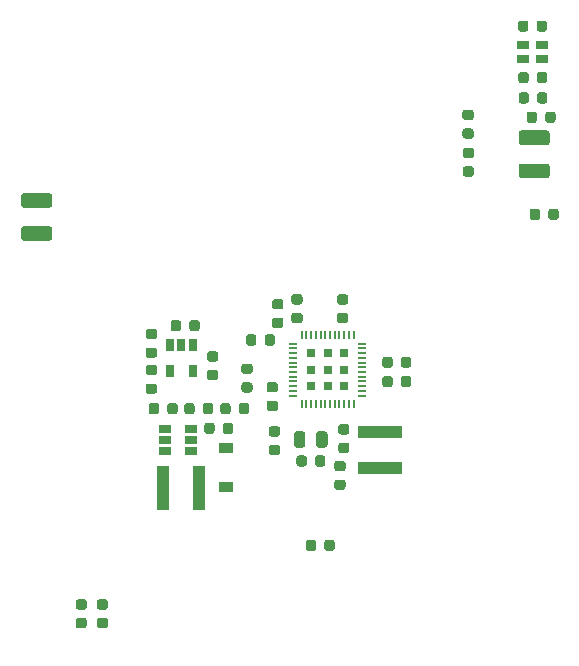
<source format=gtp>
G04 #@! TF.GenerationSoftware,KiCad,Pcbnew,5.1.10-88a1d61d58~88~ubuntu20.04.1*
G04 #@! TF.CreationDate,2021-05-10T20:01:03+02:00*
G04 #@! TF.ProjectId,WiRoc_NanoPi_v1,5769526f-635f-44e6-916e-6f50695f7631,rev?*
G04 #@! TF.SameCoordinates,Original*
G04 #@! TF.FileFunction,Paste,Top*
G04 #@! TF.FilePolarity,Positive*
%FSLAX46Y46*%
G04 Gerber Fmt 4.6, Leading zero omitted, Abs format (unit mm)*
G04 Created by KiCad (PCBNEW 5.1.10-88a1d61d58~88~ubuntu20.04.1) date 2021-05-10 20:01:03*
%MOMM*%
%LPD*%
G01*
G04 APERTURE LIST*
%ADD10R,0.700000X0.700000*%
%ADD11O,0.180000X0.680000*%
%ADD12O,0.680000X0.180000*%
%ADD13R,1.000000X0.720000*%
%ADD14R,1.060000X0.650000*%
%ADD15R,0.650000X1.060000*%
%ADD16R,3.700000X1.100000*%
%ADD17R,1.100000X3.700000*%
%ADD18R,1.200000X0.900000*%
G04 APERTURE END LIST*
D10*
X76020200Y-87426400D03*
X74620200Y-87426400D03*
X73220200Y-87426400D03*
X73220200Y-88826400D03*
X74620200Y-88826400D03*
X76020200Y-90226400D03*
X76020200Y-88826400D03*
X74620200Y-90226400D03*
X73220200Y-90226400D03*
D11*
X76820200Y-91726400D03*
X76420200Y-91726400D03*
X76020200Y-91726400D03*
X75620200Y-91726400D03*
X75220200Y-91726400D03*
X74820200Y-91726400D03*
X74420200Y-91726400D03*
X74020200Y-91726400D03*
X73620200Y-91726400D03*
X73220200Y-91726400D03*
X72820200Y-91726400D03*
X72420200Y-91726400D03*
D12*
X71720200Y-91026400D03*
X71720200Y-90626400D03*
X71720200Y-90226400D03*
X71720200Y-89826400D03*
X71720200Y-89426400D03*
X71720200Y-89026400D03*
X71720200Y-88626400D03*
X71720200Y-88226400D03*
X71720200Y-87826400D03*
X71720200Y-87426400D03*
X71720200Y-87026400D03*
X71720200Y-86626400D03*
D11*
X72420200Y-85926400D03*
X72820200Y-85926400D03*
X73220200Y-85926400D03*
X73620200Y-85926400D03*
X74020200Y-85926400D03*
X74420200Y-85926400D03*
X74820200Y-85926400D03*
X75220200Y-85926400D03*
X75620200Y-85926400D03*
X76020200Y-85926400D03*
X76420200Y-85926400D03*
X76820200Y-85926400D03*
D12*
X77520200Y-86626400D03*
X77520200Y-87026400D03*
X77520200Y-87426400D03*
X77520200Y-87826400D03*
X77520200Y-88226400D03*
X77520200Y-88626400D03*
X77520200Y-89026400D03*
X77520200Y-89426400D03*
X77520200Y-89826400D03*
X77520200Y-90226400D03*
X77520200Y-90626400D03*
X77520200Y-91026400D03*
D13*
X92802820Y-61355580D03*
X91202820Y-61355580D03*
X91202820Y-62535580D03*
X92802820Y-62535580D03*
D14*
X63029374Y-95737056D03*
X63029374Y-94787056D03*
X63029374Y-93837056D03*
X60829374Y-93837056D03*
X60829374Y-95737056D03*
X60829374Y-94787056D03*
D15*
X63180720Y-86770170D03*
X62230720Y-86770170D03*
X61280720Y-86770170D03*
X61280720Y-88970170D03*
X63180720Y-88970170D03*
D16*
X79050000Y-97130000D03*
X79050000Y-94130000D03*
D17*
X60720000Y-98890000D03*
X63720000Y-98890000D03*
G36*
G01*
X69683750Y-89885000D02*
X70196250Y-89885000D01*
G75*
G02*
X70415000Y-90103750I0J-218750D01*
G01*
X70415000Y-90541250D01*
G75*
G02*
X70196250Y-90760000I-218750J0D01*
G01*
X69683750Y-90760000D01*
G75*
G02*
X69465000Y-90541250I0J218750D01*
G01*
X69465000Y-90103750D01*
G75*
G02*
X69683750Y-89885000I218750J0D01*
G01*
G37*
G36*
G01*
X69683750Y-91460000D02*
X70196250Y-91460000D01*
G75*
G02*
X70415000Y-91678750I0J-218750D01*
G01*
X70415000Y-92116250D01*
G75*
G02*
X70196250Y-92335000I-218750J0D01*
G01*
X69683750Y-92335000D01*
G75*
G02*
X69465000Y-92116250I0J218750D01*
G01*
X69465000Y-91678750D01*
G75*
G02*
X69683750Y-91460000I218750J0D01*
G01*
G37*
G36*
G01*
X67533750Y-89900000D02*
X68046250Y-89900000D01*
G75*
G02*
X68265000Y-90118750I0J-218750D01*
G01*
X68265000Y-90556250D01*
G75*
G02*
X68046250Y-90775000I-218750J0D01*
G01*
X67533750Y-90775000D01*
G75*
G02*
X67315000Y-90556250I0J218750D01*
G01*
X67315000Y-90118750D01*
G75*
G02*
X67533750Y-89900000I218750J0D01*
G01*
G37*
G36*
G01*
X67533750Y-88325000D02*
X68046250Y-88325000D01*
G75*
G02*
X68265000Y-88543750I0J-218750D01*
G01*
X68265000Y-88981250D01*
G75*
G02*
X68046250Y-89200000I-218750J0D01*
G01*
X67533750Y-89200000D01*
G75*
G02*
X67315000Y-88981250I0J218750D01*
G01*
X67315000Y-88543750D01*
G75*
G02*
X67533750Y-88325000I218750J0D01*
G01*
G37*
G36*
G01*
X70646250Y-83730000D02*
X70133750Y-83730000D01*
G75*
G02*
X69915000Y-83511250I0J218750D01*
G01*
X69915000Y-83073750D01*
G75*
G02*
X70133750Y-82855000I218750J0D01*
G01*
X70646250Y-82855000D01*
G75*
G02*
X70865000Y-83073750I0J-218750D01*
G01*
X70865000Y-83511250D01*
G75*
G02*
X70646250Y-83730000I-218750J0D01*
G01*
G37*
G36*
G01*
X70646250Y-85305000D02*
X70133750Y-85305000D01*
G75*
G02*
X69915000Y-85086250I0J218750D01*
G01*
X69915000Y-84648750D01*
G75*
G02*
X70133750Y-84430000I218750J0D01*
G01*
X70646250Y-84430000D01*
G75*
G02*
X70865000Y-84648750I0J-218750D01*
G01*
X70865000Y-85086250D01*
G75*
G02*
X70646250Y-85305000I-218750J0D01*
G01*
G37*
G36*
G01*
X55293750Y-108275000D02*
X55806250Y-108275000D01*
G75*
G02*
X56025000Y-108493750I0J-218750D01*
G01*
X56025000Y-108931250D01*
G75*
G02*
X55806250Y-109150000I-218750J0D01*
G01*
X55293750Y-109150000D01*
G75*
G02*
X55075000Y-108931250I0J218750D01*
G01*
X55075000Y-108493750D01*
G75*
G02*
X55293750Y-108275000I218750J0D01*
G01*
G37*
G36*
G01*
X55293750Y-109850000D02*
X55806250Y-109850000D01*
G75*
G02*
X56025000Y-110068750I0J-218750D01*
G01*
X56025000Y-110506250D01*
G75*
G02*
X55806250Y-110725000I-218750J0D01*
G01*
X55293750Y-110725000D01*
G75*
G02*
X55075000Y-110506250I0J218750D01*
G01*
X55075000Y-110068750D01*
G75*
G02*
X55293750Y-109850000I218750J0D01*
G01*
G37*
G36*
G01*
X76246250Y-95895000D02*
X75733750Y-95895000D01*
G75*
G02*
X75515000Y-95676250I0J218750D01*
G01*
X75515000Y-95238750D01*
G75*
G02*
X75733750Y-95020000I218750J0D01*
G01*
X76246250Y-95020000D01*
G75*
G02*
X76465000Y-95238750I0J-218750D01*
G01*
X76465000Y-95676250D01*
G75*
G02*
X76246250Y-95895000I-218750J0D01*
G01*
G37*
G36*
G01*
X76246250Y-94320000D02*
X75733750Y-94320000D01*
G75*
G02*
X75515000Y-94101250I0J218750D01*
G01*
X75515000Y-93663750D01*
G75*
G02*
X75733750Y-93445000I218750J0D01*
G01*
X76246250Y-93445000D01*
G75*
G02*
X76465000Y-93663750I0J-218750D01*
G01*
X76465000Y-94101250D01*
G75*
G02*
X76246250Y-94320000I-218750J0D01*
G01*
G37*
G36*
G01*
X71975000Y-96816250D02*
X71975000Y-96303750D01*
G75*
G02*
X72193750Y-96085000I218750J0D01*
G01*
X72631250Y-96085000D01*
G75*
G02*
X72850000Y-96303750I0J-218750D01*
G01*
X72850000Y-96816250D01*
G75*
G02*
X72631250Y-97035000I-218750J0D01*
G01*
X72193750Y-97035000D01*
G75*
G02*
X71975000Y-96816250I0J218750D01*
G01*
G37*
G36*
G01*
X73550000Y-96816250D02*
X73550000Y-96303750D01*
G75*
G02*
X73768750Y-96085000I218750J0D01*
G01*
X74206250Y-96085000D01*
G75*
G02*
X74425000Y-96303750I0J-218750D01*
G01*
X74425000Y-96816250D01*
G75*
G02*
X74206250Y-97035000I-218750J0D01*
G01*
X73768750Y-97035000D01*
G75*
G02*
X73550000Y-96816250I0J218750D01*
G01*
G37*
G36*
G01*
X70376250Y-94500000D02*
X69863750Y-94500000D01*
G75*
G02*
X69645000Y-94281250I0J218750D01*
G01*
X69645000Y-93843750D01*
G75*
G02*
X69863750Y-93625000I218750J0D01*
G01*
X70376250Y-93625000D01*
G75*
G02*
X70595000Y-93843750I0J-218750D01*
G01*
X70595000Y-94281250D01*
G75*
G02*
X70376250Y-94500000I-218750J0D01*
G01*
G37*
G36*
G01*
X70376250Y-96075000D02*
X69863750Y-96075000D01*
G75*
G02*
X69645000Y-95856250I0J218750D01*
G01*
X69645000Y-95418750D01*
G75*
G02*
X69863750Y-95200000I218750J0D01*
G01*
X70376250Y-95200000D01*
G75*
G02*
X70595000Y-95418750I0J-218750D01*
G01*
X70595000Y-95856250D01*
G75*
G02*
X70376250Y-96075000I-218750J0D01*
G01*
G37*
G36*
G01*
X75916250Y-97430000D02*
X75403750Y-97430000D01*
G75*
G02*
X75185000Y-97211250I0J218750D01*
G01*
X75185000Y-96773750D01*
G75*
G02*
X75403750Y-96555000I218750J0D01*
G01*
X75916250Y-96555000D01*
G75*
G02*
X76135000Y-96773750I0J-218750D01*
G01*
X76135000Y-97211250D01*
G75*
G02*
X75916250Y-97430000I-218750J0D01*
G01*
G37*
G36*
G01*
X75916250Y-99005000D02*
X75403750Y-99005000D01*
G75*
G02*
X75185000Y-98786250I0J218750D01*
G01*
X75185000Y-98348750D01*
G75*
G02*
X75403750Y-98130000I218750J0D01*
G01*
X75916250Y-98130000D01*
G75*
G02*
X76135000Y-98348750I0J-218750D01*
G01*
X76135000Y-98786250D01*
G75*
G02*
X75916250Y-99005000I-218750J0D01*
G01*
G37*
G36*
G01*
X61050000Y-92386250D02*
X61050000Y-91873750D01*
G75*
G02*
X61268750Y-91655000I218750J0D01*
G01*
X61706250Y-91655000D01*
G75*
G02*
X61925000Y-91873750I0J-218750D01*
G01*
X61925000Y-92386250D01*
G75*
G02*
X61706250Y-92605000I-218750J0D01*
G01*
X61268750Y-92605000D01*
G75*
G02*
X61050000Y-92386250I0J218750D01*
G01*
G37*
G36*
G01*
X59475000Y-92386250D02*
X59475000Y-91873750D01*
G75*
G02*
X59693750Y-91655000I218750J0D01*
G01*
X60131250Y-91655000D01*
G75*
G02*
X60350000Y-91873750I0J-218750D01*
G01*
X60350000Y-92386250D01*
G75*
G02*
X60131250Y-92605000I-218750J0D01*
G01*
X59693750Y-92605000D01*
G75*
G02*
X59475000Y-92386250I0J218750D01*
G01*
G37*
G36*
G01*
X65525000Y-92386250D02*
X65525000Y-91873750D01*
G75*
G02*
X65743750Y-91655000I218750J0D01*
G01*
X66181250Y-91655000D01*
G75*
G02*
X66400000Y-91873750I0J-218750D01*
G01*
X66400000Y-92386250D01*
G75*
G02*
X66181250Y-92605000I-218750J0D01*
G01*
X65743750Y-92605000D01*
G75*
G02*
X65525000Y-92386250I0J218750D01*
G01*
G37*
G36*
G01*
X67100000Y-92386250D02*
X67100000Y-91873750D01*
G75*
G02*
X67318750Y-91655000I218750J0D01*
G01*
X67756250Y-91655000D01*
G75*
G02*
X67975000Y-91873750I0J-218750D01*
G01*
X67975000Y-92386250D01*
G75*
G02*
X67756250Y-92605000I-218750J0D01*
G01*
X67318750Y-92605000D01*
G75*
G02*
X67100000Y-92386250I0J218750D01*
G01*
G37*
G36*
G01*
X63785000Y-84853750D02*
X63785000Y-85366250D01*
G75*
G02*
X63566250Y-85585000I-218750J0D01*
G01*
X63128750Y-85585000D01*
G75*
G02*
X62910000Y-85366250I0J218750D01*
G01*
X62910000Y-84853750D01*
G75*
G02*
X63128750Y-84635000I218750J0D01*
G01*
X63566250Y-84635000D01*
G75*
G02*
X63785000Y-84853750I0J-218750D01*
G01*
G37*
G36*
G01*
X62210000Y-84853750D02*
X62210000Y-85366250D01*
G75*
G02*
X61991250Y-85585000I-218750J0D01*
G01*
X61553750Y-85585000D01*
G75*
G02*
X61335000Y-85366250I0J218750D01*
G01*
X61335000Y-84853750D01*
G75*
G02*
X61553750Y-84635000I218750J0D01*
G01*
X61991250Y-84635000D01*
G75*
G02*
X62210000Y-84853750I0J-218750D01*
G01*
G37*
D18*
X65980000Y-95440000D03*
X65980000Y-98740000D03*
G36*
G01*
X80121700Y-87944150D02*
X80121700Y-88456650D01*
G75*
G02*
X79902950Y-88675400I-218750J0D01*
G01*
X79465450Y-88675400D01*
G75*
G02*
X79246700Y-88456650I0J218750D01*
G01*
X79246700Y-87944150D01*
G75*
G02*
X79465450Y-87725400I218750J0D01*
G01*
X79902950Y-87725400D01*
G75*
G02*
X80121700Y-87944150I0J-218750D01*
G01*
G37*
G36*
G01*
X81696700Y-87944150D02*
X81696700Y-88456650D01*
G75*
G02*
X81477950Y-88675400I-218750J0D01*
G01*
X81040450Y-88675400D01*
G75*
G02*
X80821700Y-88456650I0J218750D01*
G01*
X80821700Y-87944150D01*
G75*
G02*
X81040450Y-87725400I218750J0D01*
G01*
X81477950Y-87725400D01*
G75*
G02*
X81696700Y-87944150I0J-218750D01*
G01*
G37*
G36*
G01*
X71763750Y-82445000D02*
X72276250Y-82445000D01*
G75*
G02*
X72495000Y-82663750I0J-218750D01*
G01*
X72495000Y-83101250D01*
G75*
G02*
X72276250Y-83320000I-218750J0D01*
G01*
X71763750Y-83320000D01*
G75*
G02*
X71545000Y-83101250I0J218750D01*
G01*
X71545000Y-82663750D01*
G75*
G02*
X71763750Y-82445000I218750J0D01*
G01*
G37*
G36*
G01*
X71763750Y-84020000D02*
X72276250Y-84020000D01*
G75*
G02*
X72495000Y-84238750I0J-218750D01*
G01*
X72495000Y-84676250D01*
G75*
G02*
X72276250Y-84895000I-218750J0D01*
G01*
X71763750Y-84895000D01*
G75*
G02*
X71545000Y-84676250I0J218750D01*
G01*
X71545000Y-84238750D01*
G75*
G02*
X71763750Y-84020000I218750J0D01*
G01*
G37*
G36*
G01*
X80133700Y-89583650D02*
X80133700Y-90096150D01*
G75*
G02*
X79914950Y-90314900I-218750J0D01*
G01*
X79477450Y-90314900D01*
G75*
G02*
X79258700Y-90096150I0J218750D01*
G01*
X79258700Y-89583650D01*
G75*
G02*
X79477450Y-89364900I218750J0D01*
G01*
X79914950Y-89364900D01*
G75*
G02*
X80133700Y-89583650I0J-218750D01*
G01*
G37*
G36*
G01*
X81708700Y-89583650D02*
X81708700Y-90096150D01*
G75*
G02*
X81489950Y-90314900I-218750J0D01*
G01*
X81052450Y-90314900D01*
G75*
G02*
X80833700Y-90096150I0J218750D01*
G01*
X80833700Y-89583650D01*
G75*
G02*
X81052450Y-89364900I218750J0D01*
G01*
X81489950Y-89364900D01*
G75*
G02*
X81708700Y-89583650I0J-218750D01*
G01*
G37*
G36*
G01*
X53493750Y-109850000D02*
X54006250Y-109850000D01*
G75*
G02*
X54225000Y-110068750I0J-218750D01*
G01*
X54225000Y-110506250D01*
G75*
G02*
X54006250Y-110725000I-218750J0D01*
G01*
X53493750Y-110725000D01*
G75*
G02*
X53275000Y-110506250I0J218750D01*
G01*
X53275000Y-110068750D01*
G75*
G02*
X53493750Y-109850000I218750J0D01*
G01*
G37*
G36*
G01*
X53493750Y-108275000D02*
X54006250Y-108275000D01*
G75*
G02*
X54225000Y-108493750I0J-218750D01*
G01*
X54225000Y-108931250D01*
G75*
G02*
X54006250Y-109150000I-218750J0D01*
G01*
X53493750Y-109150000D01*
G75*
G02*
X53275000Y-108931250I0J218750D01*
G01*
X53275000Y-108493750D01*
G75*
G02*
X53493750Y-108275000I218750J0D01*
G01*
G37*
G36*
G01*
X74615000Y-94283750D02*
X74615000Y-95196250D01*
G75*
G02*
X74371250Y-95440000I-243750J0D01*
G01*
X73883750Y-95440000D01*
G75*
G02*
X73640000Y-95196250I0J243750D01*
G01*
X73640000Y-94283750D01*
G75*
G02*
X73883750Y-94040000I243750J0D01*
G01*
X74371250Y-94040000D01*
G75*
G02*
X74615000Y-94283750I0J-243750D01*
G01*
G37*
G36*
G01*
X72740000Y-94283750D02*
X72740000Y-95196250D01*
G75*
G02*
X72496250Y-95440000I-243750J0D01*
G01*
X72008750Y-95440000D01*
G75*
G02*
X71765000Y-95196250I0J243750D01*
G01*
X71765000Y-94283750D01*
G75*
G02*
X72008750Y-94040000I243750J0D01*
G01*
X72496250Y-94040000D01*
G75*
G02*
X72740000Y-94283750I0J-243750D01*
G01*
G37*
G36*
G01*
X65743020Y-94057620D02*
X65743020Y-93545120D01*
G75*
G02*
X65961770Y-93326370I218750J0D01*
G01*
X66399270Y-93326370D01*
G75*
G02*
X66618020Y-93545120I0J-218750D01*
G01*
X66618020Y-94057620D01*
G75*
G02*
X66399270Y-94276370I-218750J0D01*
G01*
X65961770Y-94276370D01*
G75*
G02*
X65743020Y-94057620I0J218750D01*
G01*
G37*
G36*
G01*
X64168020Y-94057620D02*
X64168020Y-93545120D01*
G75*
G02*
X64386770Y-93326370I218750J0D01*
G01*
X64824270Y-93326370D01*
G75*
G02*
X65043020Y-93545120I0J-218750D01*
G01*
X65043020Y-94057620D01*
G75*
G02*
X64824270Y-94276370I-218750J0D01*
G01*
X64386770Y-94276370D01*
G75*
G02*
X64168020Y-94057620I0J218750D01*
G01*
G37*
G36*
G01*
X64925000Y-91873750D02*
X64925000Y-92386250D01*
G75*
G02*
X64706250Y-92605000I-218750J0D01*
G01*
X64268750Y-92605000D01*
G75*
G02*
X64050000Y-92386250I0J218750D01*
G01*
X64050000Y-91873750D01*
G75*
G02*
X64268750Y-91655000I218750J0D01*
G01*
X64706250Y-91655000D01*
G75*
G02*
X64925000Y-91873750I0J-218750D01*
G01*
G37*
G36*
G01*
X63350000Y-91873750D02*
X63350000Y-92386250D01*
G75*
G02*
X63131250Y-92605000I-218750J0D01*
G01*
X62693750Y-92605000D01*
G75*
G02*
X62475000Y-92386250I0J218750D01*
G01*
X62475000Y-91873750D01*
G75*
G02*
X62693750Y-91655000I218750J0D01*
G01*
X63131250Y-91655000D01*
G75*
G02*
X63350000Y-91873750I0J-218750D01*
G01*
G37*
G36*
G01*
X59956250Y-87835000D02*
X59443750Y-87835000D01*
G75*
G02*
X59225000Y-87616250I0J218750D01*
G01*
X59225000Y-87178750D01*
G75*
G02*
X59443750Y-86960000I218750J0D01*
G01*
X59956250Y-86960000D01*
G75*
G02*
X60175000Y-87178750I0J-218750D01*
G01*
X60175000Y-87616250D01*
G75*
G02*
X59956250Y-87835000I-218750J0D01*
G01*
G37*
G36*
G01*
X59956250Y-86260000D02*
X59443750Y-86260000D01*
G75*
G02*
X59225000Y-86041250I0J218750D01*
G01*
X59225000Y-85603750D01*
G75*
G02*
X59443750Y-85385000I218750J0D01*
G01*
X59956250Y-85385000D01*
G75*
G02*
X60175000Y-85603750I0J-218750D01*
G01*
X60175000Y-86041250D01*
G75*
G02*
X59956250Y-86260000I-218750J0D01*
G01*
G37*
G36*
G01*
X59956250Y-90885000D02*
X59443750Y-90885000D01*
G75*
G02*
X59225000Y-90666250I0J218750D01*
G01*
X59225000Y-90228750D01*
G75*
G02*
X59443750Y-90010000I218750J0D01*
G01*
X59956250Y-90010000D01*
G75*
G02*
X60175000Y-90228750I0J-218750D01*
G01*
X60175000Y-90666250D01*
G75*
G02*
X59956250Y-90885000I-218750J0D01*
G01*
G37*
G36*
G01*
X59956250Y-89310000D02*
X59443750Y-89310000D01*
G75*
G02*
X59225000Y-89091250I0J218750D01*
G01*
X59225000Y-88653750D01*
G75*
G02*
X59443750Y-88435000I218750J0D01*
G01*
X59956250Y-88435000D01*
G75*
G02*
X60175000Y-88653750I0J-218750D01*
G01*
X60175000Y-89091250D01*
G75*
G02*
X59956250Y-89310000I-218750J0D01*
G01*
G37*
G36*
G01*
X93915000Y-67213750D02*
X93915000Y-67726250D01*
G75*
G02*
X93696250Y-67945000I-218750J0D01*
G01*
X93258750Y-67945000D01*
G75*
G02*
X93040000Y-67726250I0J218750D01*
G01*
X93040000Y-67213750D01*
G75*
G02*
X93258750Y-66995000I218750J0D01*
G01*
X93696250Y-66995000D01*
G75*
G02*
X93915000Y-67213750I0J-218750D01*
G01*
G37*
G36*
G01*
X92340000Y-67213750D02*
X92340000Y-67726250D01*
G75*
G02*
X92121250Y-67945000I-218750J0D01*
G01*
X91683750Y-67945000D01*
G75*
G02*
X91465000Y-67726250I0J218750D01*
G01*
X91465000Y-67213750D01*
G75*
G02*
X91683750Y-66995000I218750J0D01*
G01*
X92121250Y-66995000D01*
G75*
G02*
X92340000Y-67213750I0J-218750D01*
G01*
G37*
G36*
G01*
X94175000Y-75423750D02*
X94175000Y-75936250D01*
G75*
G02*
X93956250Y-76155000I-218750J0D01*
G01*
X93518750Y-76155000D01*
G75*
G02*
X93300000Y-75936250I0J218750D01*
G01*
X93300000Y-75423750D01*
G75*
G02*
X93518750Y-75205000I218750J0D01*
G01*
X93956250Y-75205000D01*
G75*
G02*
X94175000Y-75423750I0J-218750D01*
G01*
G37*
G36*
G01*
X92600000Y-75423750D02*
X92600000Y-75936250D01*
G75*
G02*
X92381250Y-76155000I-218750J0D01*
G01*
X91943750Y-76155000D01*
G75*
G02*
X91725000Y-75936250I0J218750D01*
G01*
X91725000Y-75423750D01*
G75*
G02*
X91943750Y-75205000I218750J0D01*
G01*
X92381250Y-75205000D01*
G75*
G02*
X92600000Y-75423750I0J-218750D01*
G01*
G37*
G36*
G01*
X93192260Y-59487150D02*
X93192260Y-59999650D01*
G75*
G02*
X92973510Y-60218400I-218750J0D01*
G01*
X92536010Y-60218400D01*
G75*
G02*
X92317260Y-59999650I0J218750D01*
G01*
X92317260Y-59487150D01*
G75*
G02*
X92536010Y-59268400I218750J0D01*
G01*
X92973510Y-59268400D01*
G75*
G02*
X93192260Y-59487150I0J-218750D01*
G01*
G37*
G36*
G01*
X91617260Y-59487150D02*
X91617260Y-59999650D01*
G75*
G02*
X91398510Y-60218400I-218750J0D01*
G01*
X90961010Y-60218400D01*
G75*
G02*
X90742260Y-59999650I0J218750D01*
G01*
X90742260Y-59487150D01*
G75*
G02*
X90961010Y-59268400I218750J0D01*
G01*
X91398510Y-59268400D01*
G75*
G02*
X91617260Y-59487150I0J-218750D01*
G01*
G37*
G36*
G01*
X91657900Y-65565370D02*
X91657900Y-66077870D01*
G75*
G02*
X91439150Y-66296620I-218750J0D01*
G01*
X91001650Y-66296620D01*
G75*
G02*
X90782900Y-66077870I0J218750D01*
G01*
X90782900Y-65565370D01*
G75*
G02*
X91001650Y-65346620I218750J0D01*
G01*
X91439150Y-65346620D01*
G75*
G02*
X91657900Y-65565370I0J-218750D01*
G01*
G37*
G36*
G01*
X93232900Y-65565370D02*
X93232900Y-66077870D01*
G75*
G02*
X93014150Y-66296620I-218750J0D01*
G01*
X92576650Y-66296620D01*
G75*
G02*
X92357900Y-66077870I0J218750D01*
G01*
X92357900Y-65565370D01*
G75*
G02*
X92576650Y-65346620I218750J0D01*
G01*
X93014150Y-65346620D01*
G75*
G02*
X93232900Y-65565370I0J-218750D01*
G01*
G37*
G36*
G01*
X48900000Y-73875000D02*
X51050000Y-73875000D01*
G75*
G02*
X51300000Y-74125000I0J-250000D01*
G01*
X51300000Y-74875000D01*
G75*
G02*
X51050000Y-75125000I-250000J0D01*
G01*
X48900000Y-75125000D01*
G75*
G02*
X48650000Y-74875000I0J250000D01*
G01*
X48650000Y-74125000D01*
G75*
G02*
X48900000Y-73875000I250000J0D01*
G01*
G37*
G36*
G01*
X48900000Y-76675000D02*
X51050000Y-76675000D01*
G75*
G02*
X51300000Y-76925000I0J-250000D01*
G01*
X51300000Y-77675000D01*
G75*
G02*
X51050000Y-77925000I-250000J0D01*
G01*
X48900000Y-77925000D01*
G75*
G02*
X48650000Y-77675000I0J250000D01*
G01*
X48650000Y-76925000D01*
G75*
G02*
X48900000Y-76675000I250000J0D01*
G01*
G37*
G36*
G01*
X76146250Y-84895000D02*
X75633750Y-84895000D01*
G75*
G02*
X75415000Y-84676250I0J218750D01*
G01*
X75415000Y-84238750D01*
G75*
G02*
X75633750Y-84020000I218750J0D01*
G01*
X76146250Y-84020000D01*
G75*
G02*
X76365000Y-84238750I0J-218750D01*
G01*
X76365000Y-84676250D01*
G75*
G02*
X76146250Y-84895000I-218750J0D01*
G01*
G37*
G36*
G01*
X76146250Y-83320000D02*
X75633750Y-83320000D01*
G75*
G02*
X75415000Y-83101250I0J218750D01*
G01*
X75415000Y-82663750D01*
G75*
G02*
X75633750Y-82445000I218750J0D01*
G01*
X76146250Y-82445000D01*
G75*
G02*
X76365000Y-82663750I0J-218750D01*
G01*
X76365000Y-83101250D01*
G75*
G02*
X76146250Y-83320000I-218750J0D01*
G01*
G37*
G36*
G01*
X68580000Y-86063750D02*
X68580000Y-86576250D01*
G75*
G02*
X68361250Y-86795000I-218750J0D01*
G01*
X67923750Y-86795000D01*
G75*
G02*
X67705000Y-86576250I0J218750D01*
G01*
X67705000Y-86063750D01*
G75*
G02*
X67923750Y-85845000I218750J0D01*
G01*
X68361250Y-85845000D01*
G75*
G02*
X68580000Y-86063750I0J-218750D01*
G01*
G37*
G36*
G01*
X70155000Y-86063750D02*
X70155000Y-86576250D01*
G75*
G02*
X69936250Y-86795000I-218750J0D01*
G01*
X69498750Y-86795000D01*
G75*
G02*
X69280000Y-86576250I0J218750D01*
G01*
X69280000Y-86063750D01*
G75*
G02*
X69498750Y-85845000I218750J0D01*
G01*
X69936250Y-85845000D01*
G75*
G02*
X70155000Y-86063750I0J-218750D01*
G01*
G37*
G36*
G01*
X75225000Y-103453750D02*
X75225000Y-103966250D01*
G75*
G02*
X75006250Y-104185000I-218750J0D01*
G01*
X74568750Y-104185000D01*
G75*
G02*
X74350000Y-103966250I0J218750D01*
G01*
X74350000Y-103453750D01*
G75*
G02*
X74568750Y-103235000I218750J0D01*
G01*
X75006250Y-103235000D01*
G75*
G02*
X75225000Y-103453750I0J-218750D01*
G01*
G37*
G36*
G01*
X73650000Y-103453750D02*
X73650000Y-103966250D01*
G75*
G02*
X73431250Y-104185000I-218750J0D01*
G01*
X72993750Y-104185000D01*
G75*
G02*
X72775000Y-103966250I0J218750D01*
G01*
X72775000Y-103453750D01*
G75*
G02*
X72993750Y-103235000I218750J0D01*
G01*
X73431250Y-103235000D01*
G75*
G02*
X73650000Y-103453750I0J-218750D01*
G01*
G37*
G36*
G01*
X86766250Y-69275000D02*
X86253750Y-69275000D01*
G75*
G02*
X86035000Y-69056250I0J218750D01*
G01*
X86035000Y-68618750D01*
G75*
G02*
X86253750Y-68400000I218750J0D01*
G01*
X86766250Y-68400000D01*
G75*
G02*
X86985000Y-68618750I0J-218750D01*
G01*
X86985000Y-69056250D01*
G75*
G02*
X86766250Y-69275000I-218750J0D01*
G01*
G37*
G36*
G01*
X86766250Y-67700000D02*
X86253750Y-67700000D01*
G75*
G02*
X86035000Y-67481250I0J218750D01*
G01*
X86035000Y-67043750D01*
G75*
G02*
X86253750Y-66825000I218750J0D01*
G01*
X86766250Y-66825000D01*
G75*
G02*
X86985000Y-67043750I0J-218750D01*
G01*
X86985000Y-67481250D01*
G75*
G02*
X86766250Y-67700000I-218750J0D01*
G01*
G37*
G36*
G01*
X91035000Y-68575000D02*
X93185000Y-68575000D01*
G75*
G02*
X93435000Y-68825000I0J-250000D01*
G01*
X93435000Y-69575000D01*
G75*
G02*
X93185000Y-69825000I-250000J0D01*
G01*
X91035000Y-69825000D01*
G75*
G02*
X90785000Y-69575000I0J250000D01*
G01*
X90785000Y-68825000D01*
G75*
G02*
X91035000Y-68575000I250000J0D01*
G01*
G37*
G36*
G01*
X91035000Y-71375000D02*
X93185000Y-71375000D01*
G75*
G02*
X93435000Y-71625000I0J-250000D01*
G01*
X93435000Y-72375000D01*
G75*
G02*
X93185000Y-72625000I-250000J0D01*
G01*
X91035000Y-72625000D01*
G75*
G02*
X90785000Y-72375000I0J250000D01*
G01*
X90785000Y-71625000D01*
G75*
G02*
X91035000Y-71375000I250000J0D01*
G01*
G37*
G36*
G01*
X86273750Y-70045000D02*
X86786250Y-70045000D01*
G75*
G02*
X87005000Y-70263750I0J-218750D01*
G01*
X87005000Y-70701250D01*
G75*
G02*
X86786250Y-70920000I-218750J0D01*
G01*
X86273750Y-70920000D01*
G75*
G02*
X86055000Y-70701250I0J218750D01*
G01*
X86055000Y-70263750D01*
G75*
G02*
X86273750Y-70045000I218750J0D01*
G01*
G37*
G36*
G01*
X86273750Y-71620000D02*
X86786250Y-71620000D01*
G75*
G02*
X87005000Y-71838750I0J-218750D01*
G01*
X87005000Y-72276250D01*
G75*
G02*
X86786250Y-72495000I-218750J0D01*
G01*
X86273750Y-72495000D01*
G75*
G02*
X86055000Y-72276250I0J218750D01*
G01*
X86055000Y-71838750D01*
G75*
G02*
X86273750Y-71620000I218750J0D01*
G01*
G37*
G36*
G01*
X93222740Y-63843250D02*
X93222740Y-64355750D01*
G75*
G02*
X93003990Y-64574500I-218750J0D01*
G01*
X92566490Y-64574500D01*
G75*
G02*
X92347740Y-64355750I0J218750D01*
G01*
X92347740Y-63843250D01*
G75*
G02*
X92566490Y-63624500I218750J0D01*
G01*
X93003990Y-63624500D01*
G75*
G02*
X93222740Y-63843250I0J-218750D01*
G01*
G37*
G36*
G01*
X91647740Y-63843250D02*
X91647740Y-64355750D01*
G75*
G02*
X91428990Y-64574500I-218750J0D01*
G01*
X90991490Y-64574500D01*
G75*
G02*
X90772740Y-64355750I0J218750D01*
G01*
X90772740Y-63843250D01*
G75*
G02*
X90991490Y-63624500I218750J0D01*
G01*
X91428990Y-63624500D01*
G75*
G02*
X91647740Y-63843250I0J-218750D01*
G01*
G37*
G36*
G01*
X65136250Y-89735000D02*
X64623750Y-89735000D01*
G75*
G02*
X64405000Y-89516250I0J218750D01*
G01*
X64405000Y-89078750D01*
G75*
G02*
X64623750Y-88860000I218750J0D01*
G01*
X65136250Y-88860000D01*
G75*
G02*
X65355000Y-89078750I0J-218750D01*
G01*
X65355000Y-89516250D01*
G75*
G02*
X65136250Y-89735000I-218750J0D01*
G01*
G37*
G36*
G01*
X65136250Y-88160000D02*
X64623750Y-88160000D01*
G75*
G02*
X64405000Y-87941250I0J218750D01*
G01*
X64405000Y-87503750D01*
G75*
G02*
X64623750Y-87285000I218750J0D01*
G01*
X65136250Y-87285000D01*
G75*
G02*
X65355000Y-87503750I0J-218750D01*
G01*
X65355000Y-87941250D01*
G75*
G02*
X65136250Y-88160000I-218750J0D01*
G01*
G37*
M02*

</source>
